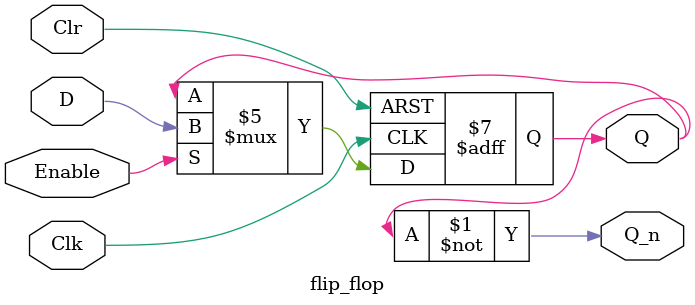
<source format=v>


module flip_flop(output reg Q, output Q_n, input D, input Clr, Clk, Enable);
	assign Q_n = ~Q;
	initial begin
		Q <= 1'b0;
	end
	always @ (posedge Clk, negedge Clr)
		 if(!Clr) Q <= 1'b0;
		 else if(Enable) Q <= D;
endmodule

</source>
